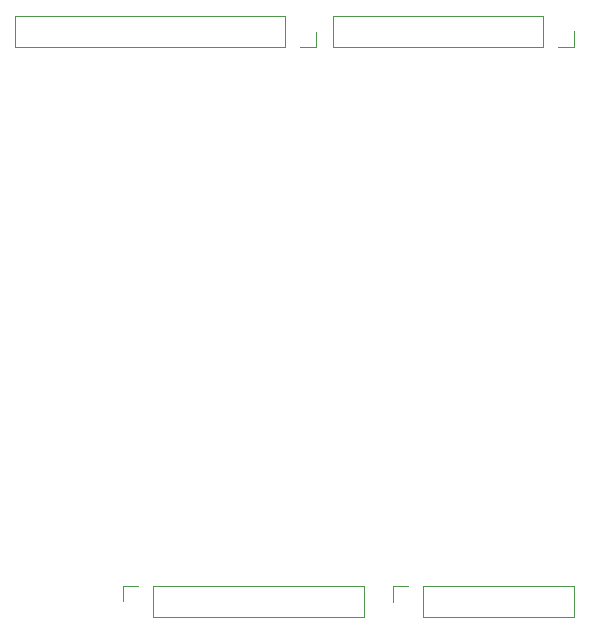
<source format=gbr>
%TF.GenerationSoftware,KiCad,Pcbnew,5.1.6-c6e7f7d~87~ubuntu19.10.1*%
%TF.CreationDate,2020-08-28T21:10:44+02:00*%
%TF.ProjectId,zephyr-ci-shield,7a657068-7972-42d6-9369-2d736869656c,1*%
%TF.SameCoordinates,Original*%
%TF.FileFunction,Legend,Bot*%
%TF.FilePolarity,Positive*%
%FSLAX46Y46*%
G04 Gerber Fmt 4.6, Leading zero omitted, Abs format (unit mm)*
G04 Created by KiCad (PCBNEW 5.1.6-c6e7f7d~87~ubuntu19.10.1) date 2020-08-28 21:10:44*
%MOMM*%
%LPD*%
G01*
G04 APERTURE LIST*
%ADD10C,0.120000*%
G04 APERTURE END LIST*
D10*
%TO.C,J4*%
X142890000Y-74360000D02*
X142890000Y-73030000D01*
X141560000Y-74360000D02*
X142890000Y-74360000D01*
X140290000Y-74360000D02*
X140290000Y-71700000D01*
X140290000Y-71700000D02*
X117370000Y-71700000D01*
X140290000Y-74360000D02*
X117370000Y-74360000D01*
X117370000Y-74360000D02*
X117370000Y-71700000D01*
%TO.C,J3*%
X149370000Y-119950000D02*
X149370000Y-121280000D01*
X150700000Y-119950000D02*
X149370000Y-119950000D01*
X151970000Y-119950000D02*
X151970000Y-122610000D01*
X151970000Y-122610000D02*
X164730000Y-122610000D01*
X151970000Y-119950000D02*
X164730000Y-119950000D01*
X164730000Y-119950000D02*
X164730000Y-122610000D01*
%TO.C,J2*%
X126510000Y-119940000D02*
X126510000Y-121270000D01*
X127840000Y-119940000D02*
X126510000Y-119940000D01*
X129110000Y-119940000D02*
X129110000Y-122600000D01*
X129110000Y-122600000D02*
X146950000Y-122600000D01*
X129110000Y-119940000D02*
X146950000Y-119940000D01*
X146950000Y-119940000D02*
X146950000Y-122600000D01*
%TO.C,J5*%
X164730000Y-74340000D02*
X164730000Y-73010000D01*
X163400000Y-74340000D02*
X164730000Y-74340000D01*
X162130000Y-74340000D02*
X162130000Y-71680000D01*
X162130000Y-71680000D02*
X144290000Y-71680000D01*
X162130000Y-74340000D02*
X144290000Y-74340000D01*
X144290000Y-74340000D02*
X144290000Y-71680000D01*
%TD*%
M02*

</source>
